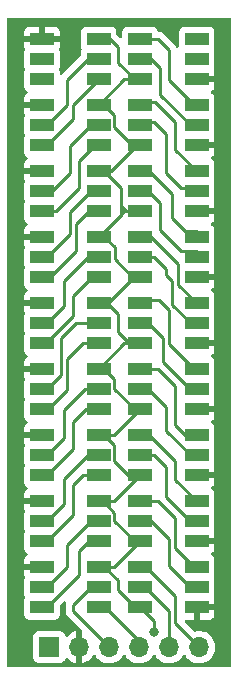
<source format=gbr>
%TF.GenerationSoftware,KiCad,Pcbnew,(6.0.0-0)*%
%TF.CreationDate,2022-02-03T13:53:57-05:00*%
%TF.ProjectId,Data Panel VU,44617461-2050-4616-9e65-6c2056552e6b,rev?*%
%TF.SameCoordinates,Original*%
%TF.FileFunction,Copper,L1,Top*%
%TF.FilePolarity,Positive*%
%FSLAX46Y46*%
G04 Gerber Fmt 4.6, Leading zero omitted, Abs format (unit mm)*
G04 Created by KiCad (PCBNEW (6.0.0-0)) date 2022-02-03 13:53:57*
%MOMM*%
%LPD*%
G01*
G04 APERTURE LIST*
%TA.AperFunction,SMDPad,CuDef*%
%ADD10R,2.000000X1.100000*%
%TD*%
%TA.AperFunction,ComponentPad*%
%ADD11R,1.700000X1.700000*%
%TD*%
%TA.AperFunction,ComponentPad*%
%ADD12O,1.700000X1.700000*%
%TD*%
%TA.AperFunction,ViaPad*%
%ADD13C,0.800000*%
%TD*%
%TA.AperFunction,Conductor*%
%ADD14C,0.250000*%
%TD*%
G04 APERTURE END LIST*
D10*
%TO.P,D18,1,DI*%
%TO.N,Net-(D16-Pad6)*%
X131178000Y-65708000D03*
%TO.P,D18,2,CI*%
%TO.N,Net-(D16-Pad5)*%
X131178000Y-64008000D03*
%TO.P,D18,3,GND*%
%TO.N,GND*%
X131178000Y-62308000D03*
%TO.P,D18,4,VCC*%
%TO.N,+5V*%
X126378000Y-62308000D03*
%TO.P,D18,5,CO*%
%TO.N,unconnected-(D18-Pad5)*%
X126378000Y-64008000D03*
%TO.P,D18,6,DO*%
%TO.N,unconnected-(D18-Pad6)*%
X126378000Y-65708000D03*
%TD*%
%TO.P,D5,1,DI*%
%TO.N,Net-(D3-Pad6)*%
X134678000Y-95836000D03*
%TO.P,D5,2,CI*%
%TO.N,Net-(D3-Pad5)*%
X134678000Y-97536000D03*
%TO.P,D5,3,GND*%
%TO.N,GND*%
X134678000Y-99236000D03*
%TO.P,D5,4,VCC*%
%TO.N,+5V*%
X139478000Y-99236000D03*
%TO.P,D5,5,CO*%
%TO.N,Net-(D7-Pad2)*%
X139478000Y-97536000D03*
%TO.P,D5,6,DO*%
%TO.N,Net-(D7-Pad1)*%
X139478000Y-95836000D03*
%TD*%
%TO.P,D10,1,DI*%
%TO.N,Net-(D8-Pad6)*%
X131178000Y-88060000D03*
%TO.P,D10,2,CI*%
%TO.N,Net-(D8-Pad5)*%
X131178000Y-86360000D03*
%TO.P,D10,3,GND*%
%TO.N,GND*%
X131178000Y-84660000D03*
%TO.P,D10,4,VCC*%
%TO.N,+5V*%
X126378000Y-84660000D03*
%TO.P,D10,5,CO*%
%TO.N,Net-(D10-Pad5)*%
X126378000Y-86360000D03*
%TO.P,D10,6,DO*%
%TO.N,Net-(D10-Pad6)*%
X126378000Y-88060000D03*
%TD*%
%TO.P,D15,1,DI*%
%TO.N,Net-(D13-Pad6)*%
X134678000Y-67896000D03*
%TO.P,D15,2,CI*%
%TO.N,Net-(D13-Pad5)*%
X134678000Y-69596000D03*
%TO.P,D15,3,GND*%
%TO.N,GND*%
X134678000Y-71296000D03*
%TO.P,D15,4,VCC*%
%TO.N,+5V*%
X139478000Y-71296000D03*
%TO.P,D15,5,CO*%
%TO.N,Net-(D15-Pad5)*%
X139478000Y-69596000D03*
%TO.P,D15,6,DO*%
%TO.N,Net-(D15-Pad6)*%
X139478000Y-67896000D03*
%TD*%
%TO.P,D8,1,DI*%
%TO.N,Net-(D6-Pad6)*%
X131178000Y-93648000D03*
%TO.P,D8,2,CI*%
%TO.N,Net-(D6-Pad5)*%
X131178000Y-91948000D03*
%TO.P,D8,3,GND*%
%TO.N,GND*%
X131178000Y-90248000D03*
%TO.P,D8,4,VCC*%
%TO.N,+5V*%
X126378000Y-90248000D03*
%TO.P,D8,5,CO*%
%TO.N,Net-(D8-Pad5)*%
X126378000Y-91948000D03*
%TO.P,D8,6,DO*%
%TO.N,Net-(D8-Pad6)*%
X126378000Y-93648000D03*
%TD*%
%TO.P,D3,1,DI*%
%TO.N,Net-(D1-Pad6)*%
X134678000Y-101424000D03*
%TO.P,D3,2,CI*%
%TO.N,Net-(D1-Pad5)*%
X134678000Y-103124000D03*
%TO.P,D3,3,GND*%
%TO.N,GND*%
X134678000Y-104824000D03*
%TO.P,D3,4,VCC*%
%TO.N,+5V*%
X139478000Y-104824000D03*
%TO.P,D3,5,CO*%
%TO.N,Net-(D3-Pad5)*%
X139478000Y-103124000D03*
%TO.P,D3,6,DO*%
%TO.N,Net-(D3-Pad6)*%
X139478000Y-101424000D03*
%TD*%
%TO.P,D14,1,DI*%
%TO.N,Net-(D12-Pad6)*%
X131178000Y-76884000D03*
%TO.P,D14,2,CI*%
%TO.N,Net-(D12-Pad5)*%
X131178000Y-75184000D03*
%TO.P,D14,3,GND*%
%TO.N,GND*%
X131178000Y-73484000D03*
%TO.P,D14,4,VCC*%
%TO.N,+5V*%
X126378000Y-73484000D03*
%TO.P,D14,5,CO*%
%TO.N,Net-(D14-Pad5)*%
X126378000Y-75184000D03*
%TO.P,D14,6,DO*%
%TO.N,Net-(D14-Pad6)*%
X126378000Y-76884000D03*
%TD*%
%TO.P,D11,1,DI*%
%TO.N,Net-(D9-Pad6)*%
X134678000Y-79072000D03*
%TO.P,D11,2,CI*%
%TO.N,Net-(D9-Pad5)*%
X134678000Y-80772000D03*
%TO.P,D11,3,GND*%
%TO.N,GND*%
X134678000Y-82472000D03*
%TO.P,D11,4,VCC*%
%TO.N,+5V*%
X139478000Y-82472000D03*
%TO.P,D11,5,CO*%
%TO.N,Net-(D11-Pad5)*%
X139478000Y-80772000D03*
%TO.P,D11,6,DO*%
%TO.N,Net-(D11-Pad6)*%
X139478000Y-79072000D03*
%TD*%
%TO.P,D4,1,DI*%
%TO.N,Net-(D2-Pad6)*%
X131178000Y-104824000D03*
%TO.P,D4,2,CI*%
%TO.N,Net-(D2-Pad5)*%
X131178000Y-103124000D03*
%TO.P,D4,3,GND*%
%TO.N,GND*%
X131178000Y-101424000D03*
%TO.P,D4,4,VCC*%
%TO.N,+5V*%
X126378000Y-101424000D03*
%TO.P,D4,5,CO*%
%TO.N,Net-(D4-Pad5)*%
X126378000Y-103124000D03*
%TO.P,D4,6,DO*%
%TO.N,Net-(D4-Pad6)*%
X126378000Y-104824000D03*
%TD*%
%TO.P,D6,1,DI*%
%TO.N,Net-(D4-Pad6)*%
X131178000Y-99236000D03*
%TO.P,D6,2,CI*%
%TO.N,Net-(D4-Pad5)*%
X131178000Y-97536000D03*
%TO.P,D6,3,GND*%
%TO.N,GND*%
X131178000Y-95836000D03*
%TO.P,D6,4,VCC*%
%TO.N,+5V*%
X126378000Y-95836000D03*
%TO.P,D6,5,CO*%
%TO.N,Net-(D6-Pad5)*%
X126378000Y-97536000D03*
%TO.P,D6,6,DO*%
%TO.N,Net-(D6-Pad6)*%
X126378000Y-99236000D03*
%TD*%
%TO.P,D1,1,DI*%
%TO.N,/C2D*%
X134678000Y-107012000D03*
%TO.P,D1,2,CI*%
%TO.N,/C2C*%
X134678000Y-108712000D03*
%TO.P,D1,3,GND*%
%TO.N,GND*%
X134678000Y-110412000D03*
%TO.P,D1,4,VCC*%
%TO.N,+5V*%
X139478000Y-110412000D03*
%TO.P,D1,5,CO*%
%TO.N,Net-(D1-Pad5)*%
X139478000Y-108712000D03*
%TO.P,D1,6,DO*%
%TO.N,Net-(D1-Pad6)*%
X139478000Y-107012000D03*
%TD*%
%TO.P,D13,1,DI*%
%TO.N,Net-(D11-Pad6)*%
X134678000Y-73484000D03*
%TO.P,D13,2,CI*%
%TO.N,Net-(D11-Pad5)*%
X134678000Y-75184000D03*
%TO.P,D13,3,GND*%
%TO.N,GND*%
X134678000Y-76884000D03*
%TO.P,D13,4,VCC*%
%TO.N,+5V*%
X139478000Y-76884000D03*
%TO.P,D13,5,CO*%
%TO.N,Net-(D13-Pad5)*%
X139478000Y-75184000D03*
%TO.P,D13,6,DO*%
%TO.N,Net-(D13-Pad6)*%
X139478000Y-73484000D03*
%TD*%
%TO.P,D17,1,DI*%
%TO.N,Net-(D15-Pad6)*%
X134678000Y-62308000D03*
%TO.P,D17,2,CI*%
%TO.N,Net-(D15-Pad5)*%
X134678000Y-64008000D03*
%TO.P,D17,3,GND*%
%TO.N,GND*%
X134678000Y-65708000D03*
%TO.P,D17,4,VCC*%
%TO.N,+5V*%
X139478000Y-65708000D03*
%TO.P,D17,5,CO*%
%TO.N,unconnected-(D17-Pad5)*%
X139478000Y-64008000D03*
%TO.P,D17,6,DO*%
%TO.N,unconnected-(D17-Pad6)*%
X139478000Y-62308000D03*
%TD*%
%TO.P,D7,1,DI*%
%TO.N,Net-(D7-Pad1)*%
X134678000Y-90248000D03*
%TO.P,D7,2,CI*%
%TO.N,Net-(D7-Pad2)*%
X134678000Y-91948000D03*
%TO.P,D7,3,GND*%
%TO.N,GND*%
X134678000Y-93648000D03*
%TO.P,D7,4,VCC*%
%TO.N,+5V*%
X139478000Y-93648000D03*
%TO.P,D7,5,CO*%
%TO.N,Net-(D7-Pad5)*%
X139478000Y-91948000D03*
%TO.P,D7,6,DO*%
%TO.N,Net-(D7-Pad6)*%
X139478000Y-90248000D03*
%TD*%
%TO.P,D16,1,DI*%
%TO.N,Net-(D14-Pad6)*%
X131178000Y-71296000D03*
%TO.P,D16,2,CI*%
%TO.N,Net-(D14-Pad5)*%
X131178000Y-69596000D03*
%TO.P,D16,3,GND*%
%TO.N,GND*%
X131178000Y-67896000D03*
%TO.P,D16,4,VCC*%
%TO.N,+5V*%
X126378000Y-67896000D03*
%TO.P,D16,5,CO*%
%TO.N,Net-(D16-Pad5)*%
X126378000Y-69596000D03*
%TO.P,D16,6,DO*%
%TO.N,Net-(D16-Pad6)*%
X126378000Y-71296000D03*
%TD*%
%TO.P,D12,1,DI*%
%TO.N,Net-(D10-Pad6)*%
X131178000Y-82472000D03*
%TO.P,D12,2,CI*%
%TO.N,Net-(D10-Pad5)*%
X131178000Y-80772000D03*
%TO.P,D12,3,GND*%
%TO.N,GND*%
X131178000Y-79072000D03*
%TO.P,D12,4,VCC*%
%TO.N,+5V*%
X126378000Y-79072000D03*
%TO.P,D12,5,CO*%
%TO.N,Net-(D12-Pad5)*%
X126378000Y-80772000D03*
%TO.P,D12,6,DO*%
%TO.N,Net-(D12-Pad6)*%
X126378000Y-82472000D03*
%TD*%
%TO.P,D9,1,DI*%
%TO.N,Net-(D7-Pad6)*%
X134678000Y-84660000D03*
%TO.P,D9,2,CI*%
%TO.N,Net-(D7-Pad5)*%
X134678000Y-86360000D03*
%TO.P,D9,3,GND*%
%TO.N,GND*%
X134678000Y-88060000D03*
%TO.P,D9,4,VCC*%
%TO.N,+5V*%
X139478000Y-88060000D03*
%TO.P,D9,5,CO*%
%TO.N,Net-(D9-Pad5)*%
X139478000Y-86360000D03*
%TO.P,D9,6,DO*%
%TO.N,Net-(D9-Pad6)*%
X139478000Y-84660000D03*
%TD*%
%TO.P,D2,1,DI*%
%TO.N,/C1D*%
X131178000Y-110412000D03*
%TO.P,D2,2,CI*%
%TO.N,/C1C*%
X131178000Y-108712000D03*
%TO.P,D2,3,GND*%
%TO.N,GND*%
X131178000Y-107012000D03*
%TO.P,D2,4,VCC*%
%TO.N,+5V*%
X126378000Y-107012000D03*
%TO.P,D2,5,CO*%
%TO.N,Net-(D2-Pad5)*%
X126378000Y-108712000D03*
%TO.P,D2,6,DO*%
%TO.N,Net-(D2-Pad6)*%
X126378000Y-110412000D03*
%TD*%
D11*
%TO.P,J1,1,Pin_1*%
%TO.N,GND*%
X127000000Y-113792000D03*
D12*
%TO.P,J1,2,Pin_2*%
%TO.N,+5V*%
X129540000Y-113792000D03*
%TO.P,J1,3,Pin_3*%
%TO.N,/C1C*%
X132080000Y-113792000D03*
%TO.P,J1,4,Pin_4*%
%TO.N,/C1D*%
X134620000Y-113792000D03*
%TO.P,J1,5,Pin_5*%
%TO.N,/C2C*%
X137160000Y-113792000D03*
%TO.P,J1,6,Pin_6*%
%TO.N,/C2D*%
X139700000Y-113792000D03*
%TD*%
D13*
%TO.N,GND*%
X135831000Y-112522000D03*
%TD*%
D14*
%TO.N,Net-(D11-Pad6)*%
X134678000Y-73230000D02*
X135206000Y-73230000D01*
X135206000Y-73230000D02*
X137414000Y-75438000D01*
X137414000Y-75438000D02*
X137414000Y-77470000D01*
X137414000Y-77470000D02*
X138508000Y-78564000D01*
X138508000Y-78564000D02*
X139478000Y-78564000D01*
%TO.N,Net-(D14-Pad6)*%
X126378000Y-76884000D02*
X127586000Y-76884000D01*
X130888000Y-71296000D02*
X131178000Y-71296000D01*
X127586000Y-76884000D02*
X129540000Y-74930000D01*
X129540000Y-74930000D02*
X129540000Y-72644000D01*
X129540000Y-72644000D02*
X130888000Y-71296000D01*
%TO.N,Net-(D10-Pad5)*%
X126378000Y-86360000D02*
X126828000Y-86360000D01*
X130302000Y-80772000D02*
X131178000Y-80772000D01*
X126828000Y-86360000D02*
X128270000Y-84918000D01*
X128270000Y-82804000D02*
X130302000Y-80772000D01*
X128270000Y-84918000D02*
X128270000Y-82804000D01*
%TO.N,Net-(D6-Pad5)*%
X126378000Y-97536000D02*
X126828000Y-97536000D01*
X126828000Y-97536000D02*
X128270000Y-96094000D01*
X128270000Y-96094000D02*
X128270000Y-93726000D01*
X128270000Y-93726000D02*
X130048000Y-91948000D01*
X130048000Y-91948000D02*
X131178000Y-91948000D01*
%TO.N,Net-(D4-Pad5)*%
X126378000Y-103124000D02*
X126828000Y-103124000D01*
X128270000Y-101682000D02*
X128270000Y-99568000D01*
X126828000Y-103124000D02*
X128270000Y-101682000D01*
X128270000Y-99568000D02*
X130302000Y-97536000D01*
X130302000Y-97536000D02*
X131178000Y-97536000D01*
%TO.N,Net-(D2-Pad6)*%
X131178000Y-104824000D02*
X130380000Y-104824000D01*
X129540000Y-105664000D02*
X129540000Y-107700000D01*
X130380000Y-104824000D02*
X129540000Y-105664000D01*
X129540000Y-107700000D02*
X126828000Y-110412000D01*
X126828000Y-110412000D02*
X126378000Y-110412000D01*
%TO.N,Net-(D7-Pad2)*%
X134678000Y-91948000D02*
X135382000Y-91948000D01*
X135382000Y-91948000D02*
X136906000Y-93472000D01*
X138978978Y-97536000D02*
X139478000Y-97536000D01*
X136906000Y-93472000D02*
X136906000Y-95463022D01*
X136906000Y-95463022D02*
X138978978Y-97536000D01*
%TO.N,GND*%
X134678000Y-65708000D02*
X134228000Y-65708000D01*
X134228000Y-65708000D02*
X132842000Y-64322000D01*
X132842000Y-64322000D02*
X132842000Y-62992000D01*
X132158000Y-62308000D02*
X131178000Y-62308000D01*
X132842000Y-62992000D02*
X132158000Y-62308000D01*
%TO.N,Net-(D13-Pad6)*%
X134678000Y-67642000D02*
X135968000Y-67642000D01*
X135968000Y-67642000D02*
X137668000Y-69342000D01*
X137668000Y-69342000D02*
X137668000Y-71674000D01*
X137668000Y-71674000D02*
X139478000Y-73484000D01*
%TO.N,Net-(D15-Pad5)*%
X136398000Y-64770000D02*
X136398000Y-67015022D01*
X135636000Y-64008000D02*
X136398000Y-64770000D01*
X134678000Y-64008000D02*
X135636000Y-64008000D01*
X136398000Y-67015022D02*
X138978978Y-69596000D01*
X138978978Y-69596000D02*
X139478000Y-69596000D01*
%TO.N,GND*%
X131178000Y-79072000D02*
X133065000Y-77185000D01*
X134678000Y-76884000D02*
X133366000Y-76884000D01*
X133065000Y-77185000D02*
X133096000Y-77154000D01*
X133366000Y-76884000D02*
X133065000Y-77185000D01*
X133096000Y-77154000D02*
X133096000Y-76454000D01*
X134678000Y-76884000D02*
X133526000Y-76884000D01*
X133096000Y-76454000D02*
X133096000Y-74952000D01*
X133526000Y-76884000D02*
X133096000Y-76454000D01*
X133096000Y-74952000D02*
X131628000Y-73484000D01*
X131628000Y-73484000D02*
X131178000Y-73484000D01*
X131178000Y-84660000D02*
X131982000Y-84660000D01*
X131982000Y-84660000D02*
X134170000Y-82472000D01*
X134170000Y-82472000D02*
X134034000Y-82472000D01*
X134034000Y-82472000D02*
X132528000Y-80966000D01*
X132528000Y-80966000D02*
X132528000Y-79922978D01*
X132528000Y-79922978D02*
X131677022Y-79072000D01*
X131677022Y-79072000D02*
X131178000Y-79072000D01*
%TO.N,Net-(D9-Pad6)*%
X134678000Y-79072000D02*
X135636000Y-79072000D01*
X137922000Y-83115022D02*
X139212978Y-84406000D01*
X135636000Y-79072000D02*
X137922000Y-81358000D01*
X137922000Y-81358000D02*
X137922000Y-83115022D01*
X139212978Y-84406000D02*
X139478000Y-84406000D01*
%TO.N,Net-(D9-Pad5)*%
X135890000Y-80772000D02*
X136906000Y-81788000D01*
X137414000Y-82804000D02*
X137414000Y-84795022D01*
X136906000Y-81788000D02*
X136906000Y-82296000D01*
X135186000Y-80772000D02*
X135890000Y-80772000D01*
X136906000Y-82296000D02*
X137414000Y-82804000D01*
X137414000Y-84795022D02*
X138724978Y-86106000D01*
X138724978Y-86106000D02*
X139478000Y-86106000D01*
%TO.N,Net-(D7-Pad5)*%
X134678000Y-86106000D02*
X135128000Y-86106000D01*
X135128000Y-86106000D02*
X136652000Y-87630000D01*
X136652000Y-87630000D02*
X136652000Y-89662000D01*
X136652000Y-89662000D02*
X138938000Y-91948000D01*
X138938000Y-91948000D02*
X139478000Y-91948000D01*
%TO.N,Net-(D7-Pad6)*%
X134678000Y-84406000D02*
X136280480Y-84406000D01*
X137160000Y-85285520D02*
X137160000Y-88138000D01*
X136280480Y-84406000D02*
X137160000Y-85285520D01*
X137160000Y-88138000D02*
X139270000Y-90248000D01*
X139270000Y-90248000D02*
X139478000Y-90248000D01*
%TO.N,Net-(D7-Pad1)*%
X134678000Y-90248000D02*
X136222000Y-90248000D01*
X136222000Y-90248000D02*
X137668000Y-91694000D01*
X137668000Y-91694000D02*
X137668000Y-94996000D01*
X137668000Y-94996000D02*
X138508000Y-95836000D01*
X138508000Y-95836000D02*
X139478000Y-95836000D01*
%TO.N,Net-(D3-Pad5)*%
X134678000Y-97536000D02*
X135890000Y-97536000D01*
X136906000Y-98552000D02*
X136906000Y-101092000D01*
X138938000Y-103124000D02*
X139478000Y-103124000D01*
X135890000Y-97536000D02*
X136906000Y-98552000D01*
X136906000Y-101092000D02*
X138938000Y-103124000D01*
%TO.N,Net-(D6-Pad6)*%
X126378000Y-99236000D02*
X126828000Y-99236000D01*
X126828000Y-99236000D02*
X129032000Y-97032000D01*
X129032000Y-97032000D02*
X129032000Y-94742000D01*
X129032000Y-94742000D02*
X130126000Y-93648000D01*
X130126000Y-93648000D02*
X131178000Y-93648000D01*
%TO.N,Net-(D8-Pad5)*%
X126378000Y-91948000D02*
X126828000Y-91948000D01*
X126828000Y-91948000D02*
X128016000Y-90760000D01*
X128016000Y-90760000D02*
X128016000Y-87630000D01*
X128016000Y-87630000D02*
X129286000Y-86360000D01*
X129286000Y-86360000D02*
X131178000Y-86360000D01*
%TO.N,GND*%
X131178000Y-84660000D02*
X131904000Y-84660000D01*
X132842000Y-85598000D02*
X132842000Y-87122000D01*
X131904000Y-84660000D02*
X132842000Y-85598000D01*
X132842000Y-87122000D02*
X133780000Y-88060000D01*
X133780000Y-88060000D02*
X134678000Y-88060000D01*
X134678000Y-88060000D02*
X133366000Y-88060000D01*
X133366000Y-88060000D02*
X131178000Y-90248000D01*
X132236000Y-73484000D02*
X134678000Y-71042000D01*
X134228000Y-104824000D02*
X132502511Y-103098511D01*
X131178000Y-67896000D02*
X133366000Y-65708000D01*
X131178000Y-95836000D02*
X132490000Y-95836000D01*
X132490000Y-101424000D02*
X134678000Y-99236000D01*
X131677022Y-90248000D02*
X131178000Y-90248000D01*
X134228000Y-110412000D02*
X132782000Y-108966000D01*
X134678000Y-93648000D02*
X134228000Y-93648000D01*
X132502511Y-69764511D02*
X132502511Y-68748511D01*
X134228000Y-93648000D02*
X132502511Y-91922511D01*
X131650000Y-67896000D02*
X131178000Y-67896000D01*
X133780000Y-71042000D02*
X132502511Y-69764511D01*
X132502511Y-102418000D02*
X131508511Y-101424000D01*
X131677022Y-95836000D02*
X131178000Y-95836000D01*
X133366000Y-65708000D02*
X134678000Y-65708000D01*
X132490000Y-107012000D02*
X134678000Y-104824000D01*
X132490000Y-95836000D02*
X134678000Y-93648000D01*
X132782000Y-108116978D02*
X131677022Y-107012000D01*
X134678000Y-71042000D02*
X133780000Y-71042000D01*
X131178000Y-107012000D02*
X132490000Y-107012000D01*
X131178000Y-101424000D02*
X132490000Y-101424000D01*
X132502511Y-96661489D02*
X131677022Y-95836000D01*
X131508511Y-101424000D02*
X131178000Y-101424000D01*
X132782000Y-108966000D02*
X132782000Y-108116978D01*
X132502511Y-91073489D02*
X131677022Y-90248000D01*
X131677022Y-107012000D02*
X131178000Y-107012000D01*
X134678000Y-99236000D02*
X133694511Y-99236000D01*
X135831000Y-111565000D02*
X135831000Y-112522000D01*
X131178000Y-73484000D02*
X132236000Y-73484000D01*
X132502511Y-91922511D02*
X132502511Y-91073489D01*
X132502511Y-68748511D02*
X131650000Y-67896000D01*
X133694511Y-99236000D02*
X132502511Y-98044000D01*
X134678000Y-110412000D02*
X135831000Y-111565000D01*
X132502511Y-103098511D02*
X132502511Y-102418000D01*
X132502511Y-98044000D02*
X132502511Y-96661489D01*
X134678000Y-104824000D02*
X134228000Y-104824000D01*
X134678000Y-110412000D02*
X134228000Y-110412000D01*
%TO.N,Net-(D1-Pad5)*%
X134678000Y-103124000D02*
X135636000Y-103124000D01*
X137160000Y-106934000D02*
X138938000Y-108712000D01*
X135636000Y-103124000D02*
X137160000Y-104648000D01*
X137160000Y-104648000D02*
X137160000Y-106934000D01*
X138938000Y-108712000D02*
X139478000Y-108712000D01*
%TO.N,Net-(D1-Pad6)*%
X136222000Y-101424000D02*
X137668000Y-102870000D01*
X137668000Y-105410000D02*
X139270000Y-107012000D01*
X134678000Y-101424000D02*
X136222000Y-101424000D01*
X139270000Y-107012000D02*
X139478000Y-107012000D01*
X137668000Y-102870000D02*
X137668000Y-105410000D01*
%TO.N,Net-(D2-Pad5)*%
X128524000Y-105156000D02*
X130556000Y-103124000D01*
X126378000Y-108712000D02*
X126828000Y-108712000D01*
X128524000Y-107016000D02*
X128524000Y-105156000D01*
X130556000Y-103124000D02*
X131178000Y-103124000D01*
X126828000Y-108712000D02*
X128524000Y-107016000D01*
%TO.N,Net-(D3-Pad6)*%
X134678000Y-95836000D02*
X135460000Y-95836000D01*
X137668000Y-98044000D02*
X137668000Y-99614000D01*
X137668000Y-99614000D02*
X139478000Y-101424000D01*
X135460000Y-95836000D02*
X137668000Y-98044000D01*
%TO.N,Net-(D4-Pad6)*%
X126378000Y-104824000D02*
X126824000Y-104824000D01*
X129032000Y-102616000D02*
X129032000Y-100076000D01*
X126824000Y-104824000D02*
X129032000Y-102616000D01*
X129872000Y-99236000D02*
X131178000Y-99236000D01*
X129032000Y-100076000D02*
X129872000Y-99236000D01*
%TO.N,Net-(D8-Pad6)*%
X128524000Y-92001022D02*
X128524000Y-89408000D01*
X129872000Y-88060000D02*
X131178000Y-88060000D01*
X128524000Y-89408000D02*
X129872000Y-88060000D01*
X126877022Y-93648000D02*
X128524000Y-92001022D01*
X126378000Y-93648000D02*
X126877022Y-93648000D01*
%TO.N,Net-(D10-Pad6)*%
X129032000Y-85724282D02*
X129032000Y-84074000D01*
X126378000Y-88060000D02*
X126696282Y-88060000D01*
X129032000Y-84074000D02*
X130634000Y-82472000D01*
X126696282Y-88060000D02*
X129032000Y-85724282D01*
X130634000Y-82472000D02*
X131178000Y-82472000D01*
%TO.N,Net-(D11-Pad5)*%
X134678000Y-74930000D02*
X135128000Y-74930000D01*
X138176000Y-80264000D02*
X139478000Y-80264000D01*
X136398000Y-76200000D02*
X136398000Y-78486000D01*
X135128000Y-74930000D02*
X136398000Y-76200000D01*
X136398000Y-78486000D02*
X138176000Y-80264000D01*
%TO.N,Net-(D12-Pad5)*%
X126378000Y-80772000D02*
X126828000Y-80772000D01*
X128778000Y-78822000D02*
X128778000Y-76962000D01*
X128778000Y-76962000D02*
X130556000Y-75184000D01*
X126828000Y-80772000D02*
X128778000Y-78822000D01*
X130556000Y-75184000D02*
X131178000Y-75184000D01*
%TO.N,Net-(D12-Pad6)*%
X126378000Y-82472000D02*
X127078000Y-82472000D01*
X127078000Y-82472000D02*
X129286000Y-80264000D01*
X130380000Y-76884000D02*
X131178000Y-76884000D01*
X129286000Y-77978000D02*
X130380000Y-76884000D01*
X129286000Y-80264000D02*
X129286000Y-77978000D01*
%TO.N,/C2D*%
X134678000Y-107012000D02*
X135177022Y-107012000D01*
X135177022Y-107012000D02*
X137668000Y-109502978D01*
X137668000Y-111760000D02*
X139700000Y-113792000D01*
X137668000Y-109502978D02*
X137668000Y-111760000D01*
%TO.N,/C2C*%
X134678000Y-108712000D02*
X135128000Y-108712000D01*
X137160000Y-110744000D02*
X137160000Y-113792000D01*
X135128000Y-108712000D02*
X137160000Y-110744000D01*
%TO.N,/C1C*%
X129032000Y-110744000D02*
X129032000Y-110236000D01*
X130556000Y-108712000D02*
X131178000Y-108712000D01*
X132080000Y-113792000D02*
X129032000Y-110744000D01*
X129032000Y-110236000D02*
X130556000Y-108712000D01*
%TO.N,/C1D*%
X131748000Y-110412000D02*
X134620000Y-113284000D01*
X134620000Y-113284000D02*
X134620000Y-113792000D01*
X131178000Y-110412000D02*
X131748000Y-110412000D01*
%TO.N,Net-(D13-Pad5)*%
X136906000Y-70358000D02*
X136906000Y-73660000D01*
X138176000Y-74930000D02*
X139478000Y-74930000D01*
X135890000Y-69342000D02*
X136906000Y-70358000D01*
X134678000Y-69342000D02*
X135890000Y-69342000D01*
X136906000Y-73660000D02*
X138176000Y-74930000D01*
%TO.N,Net-(D15-Pad6)*%
X139028000Y-67642000D02*
X139478000Y-67642000D01*
X134678000Y-62308000D02*
X136222000Y-62308000D01*
X137160000Y-63246000D02*
X137160000Y-65774000D01*
X137160000Y-65774000D02*
X139028000Y-67642000D01*
X136222000Y-62308000D02*
X137160000Y-63246000D01*
%TO.N,Net-(D16-Pad5)*%
X126828000Y-69596000D02*
X128524000Y-67900000D01*
X130302000Y-64008000D02*
X131178000Y-64008000D01*
X128524000Y-67900000D02*
X128524000Y-65786000D01*
X126378000Y-69596000D02*
X126828000Y-69596000D01*
X128524000Y-65786000D02*
X130302000Y-64008000D01*
%TO.N,Net-(D16-Pad6)*%
X129032000Y-67854000D02*
X131178000Y-65708000D01*
X126378000Y-71296000D02*
X126828000Y-71296000D01*
X126828000Y-71296000D02*
X129032000Y-69092000D01*
X129032000Y-69092000D02*
X129032000Y-67854000D01*
%TO.N,Net-(D14-Pad5)*%
X128778000Y-73660000D02*
X128778000Y-71374000D01*
X127254000Y-75184000D02*
X128778000Y-73660000D01*
X130556000Y-69596000D02*
X131178000Y-69596000D01*
X126378000Y-75184000D02*
X127254000Y-75184000D01*
X128778000Y-71374000D02*
X130556000Y-69596000D01*
%TD*%
%TA.AperFunction,Conductor*%
%TO.N,+5V*%
G36*
X142362121Y-60528002D02*
G01*
X142408614Y-60581658D01*
X142420000Y-60634000D01*
X142420000Y-115366000D01*
X142399998Y-115434121D01*
X142346342Y-115480614D01*
X142294000Y-115492000D01*
X123562000Y-115492000D01*
X123493879Y-115471998D01*
X123447386Y-115418342D01*
X123436000Y-115366000D01*
X123436000Y-114690134D01*
X125641500Y-114690134D01*
X125648255Y-114752316D01*
X125699385Y-114888705D01*
X125786739Y-115005261D01*
X125903295Y-115092615D01*
X126039684Y-115143745D01*
X126101866Y-115150500D01*
X127898134Y-115150500D01*
X127960316Y-115143745D01*
X128096705Y-115092615D01*
X128213261Y-115005261D01*
X128300615Y-114888705D01*
X128344798Y-114770848D01*
X128387440Y-114714084D01*
X128454001Y-114689384D01*
X128523350Y-114704592D01*
X128558017Y-114732580D01*
X128583218Y-114761673D01*
X128590580Y-114768883D01*
X128754434Y-114904916D01*
X128762881Y-114910831D01*
X128946756Y-115018279D01*
X128956042Y-115022729D01*
X129155001Y-115098703D01*
X129164899Y-115101579D01*
X129268250Y-115122606D01*
X129282299Y-115121410D01*
X129286000Y-115111065D01*
X129286000Y-112475102D01*
X129282082Y-112461758D01*
X129267806Y-112459771D01*
X129229324Y-112465660D01*
X129219288Y-112468051D01*
X129016868Y-112534212D01*
X129007359Y-112538209D01*
X128818463Y-112636542D01*
X128809738Y-112642036D01*
X128639433Y-112769905D01*
X128631726Y-112776748D01*
X128554478Y-112857584D01*
X128492954Y-112893014D01*
X128422042Y-112889557D01*
X128364255Y-112848311D01*
X128345402Y-112814763D01*
X128303767Y-112703703D01*
X128300615Y-112695295D01*
X128213261Y-112578739D01*
X128096705Y-112491385D01*
X127960316Y-112440255D01*
X127898134Y-112433500D01*
X126101866Y-112433500D01*
X126039684Y-112440255D01*
X125903295Y-112491385D01*
X125786739Y-112578739D01*
X125699385Y-112695295D01*
X125648255Y-112831684D01*
X125641500Y-112893866D01*
X125641500Y-114690134D01*
X123436000Y-114690134D01*
X123436000Y-111010134D01*
X124869500Y-111010134D01*
X124876255Y-111072316D01*
X124927385Y-111208705D01*
X125014739Y-111325261D01*
X125131295Y-111412615D01*
X125267684Y-111463745D01*
X125329866Y-111470500D01*
X127426134Y-111470500D01*
X127488316Y-111463745D01*
X127624705Y-111412615D01*
X127741261Y-111325261D01*
X127828615Y-111208705D01*
X127879745Y-111072316D01*
X127886500Y-111010134D01*
X127886500Y-110301594D01*
X127906502Y-110233473D01*
X127923405Y-110212499D01*
X128212819Y-109923085D01*
X128275131Y-109889059D01*
X128345946Y-109894124D01*
X128402782Y-109936671D01*
X128427593Y-110003191D01*
X128422910Y-110047337D01*
X128421969Y-110050576D01*
X128418819Y-110057855D01*
X128417579Y-110065685D01*
X128417577Y-110065691D01*
X128411901Y-110101524D01*
X128409495Y-110113144D01*
X128398500Y-110155970D01*
X128398500Y-110176224D01*
X128396949Y-110195934D01*
X128393780Y-110215943D01*
X128394526Y-110223835D01*
X128397941Y-110259961D01*
X128398500Y-110271819D01*
X128398500Y-110665233D01*
X128397973Y-110676416D01*
X128396298Y-110683909D01*
X128396547Y-110691835D01*
X128396547Y-110691836D01*
X128398438Y-110751986D01*
X128398500Y-110755945D01*
X128398500Y-110783856D01*
X128398997Y-110787790D01*
X128398997Y-110787791D01*
X128399005Y-110787856D01*
X128399938Y-110799693D01*
X128401327Y-110843889D01*
X128406978Y-110863339D01*
X128410987Y-110882700D01*
X128413526Y-110902797D01*
X128416445Y-110910168D01*
X128416445Y-110910170D01*
X128429804Y-110943912D01*
X128433649Y-110955142D01*
X128438664Y-110972405D01*
X128445982Y-110997593D01*
X128450015Y-111004412D01*
X128450017Y-111004417D01*
X128456293Y-111015028D01*
X128464988Y-111032776D01*
X128472448Y-111051617D01*
X128477110Y-111058033D01*
X128477110Y-111058034D01*
X128498436Y-111087387D01*
X128504952Y-111097307D01*
X128523041Y-111127893D01*
X128527458Y-111135362D01*
X128541779Y-111149683D01*
X128554619Y-111164716D01*
X128566528Y-111181107D01*
X128572634Y-111186158D01*
X128600605Y-111209298D01*
X128609384Y-111217288D01*
X129757975Y-112365880D01*
X129792001Y-112428192D01*
X129790693Y-112457795D01*
X129794000Y-112457795D01*
X129794000Y-115110517D01*
X129798064Y-115124359D01*
X129811478Y-115126393D01*
X129818184Y-115125534D01*
X129828262Y-115123392D01*
X130032255Y-115062191D01*
X130041842Y-115058433D01*
X130233095Y-114964739D01*
X130241945Y-114959464D01*
X130415328Y-114835792D01*
X130423200Y-114829139D01*
X130574052Y-114678812D01*
X130580730Y-114670965D01*
X130708022Y-114493819D01*
X130709279Y-114494722D01*
X130756373Y-114451362D01*
X130826311Y-114439145D01*
X130891751Y-114466678D01*
X130919579Y-114498511D01*
X130979987Y-114597088D01*
X131126250Y-114765938D01*
X131298126Y-114908632D01*
X131491000Y-115021338D01*
X131699692Y-115101030D01*
X131704760Y-115102061D01*
X131704763Y-115102062D01*
X131799862Y-115121410D01*
X131918597Y-115145567D01*
X131923772Y-115145757D01*
X131923774Y-115145757D01*
X132136673Y-115153564D01*
X132136677Y-115153564D01*
X132141837Y-115153753D01*
X132146957Y-115153097D01*
X132146959Y-115153097D01*
X132358288Y-115126025D01*
X132358289Y-115126025D01*
X132363416Y-115125368D01*
X132368366Y-115123883D01*
X132572429Y-115062661D01*
X132572434Y-115062659D01*
X132577384Y-115061174D01*
X132777994Y-114962896D01*
X132959860Y-114833173D01*
X133118096Y-114675489D01*
X133248453Y-114494077D01*
X133249776Y-114495028D01*
X133296645Y-114451857D01*
X133366580Y-114439625D01*
X133432026Y-114467144D01*
X133459875Y-114498994D01*
X133519987Y-114597088D01*
X133666250Y-114765938D01*
X133838126Y-114908632D01*
X134031000Y-115021338D01*
X134239692Y-115101030D01*
X134244760Y-115102061D01*
X134244763Y-115102062D01*
X134339862Y-115121410D01*
X134458597Y-115145567D01*
X134463772Y-115145757D01*
X134463774Y-115145757D01*
X134676673Y-115153564D01*
X134676677Y-115153564D01*
X134681837Y-115153753D01*
X134686957Y-115153097D01*
X134686959Y-115153097D01*
X134898288Y-115126025D01*
X134898289Y-115126025D01*
X134903416Y-115125368D01*
X134908366Y-115123883D01*
X135112429Y-115062661D01*
X135112434Y-115062659D01*
X135117384Y-115061174D01*
X135317994Y-114962896D01*
X135499860Y-114833173D01*
X135658096Y-114675489D01*
X135788453Y-114494077D01*
X135789776Y-114495028D01*
X135836645Y-114451857D01*
X135906580Y-114439625D01*
X135972026Y-114467144D01*
X135999875Y-114498994D01*
X136059987Y-114597088D01*
X136206250Y-114765938D01*
X136378126Y-114908632D01*
X136571000Y-115021338D01*
X136779692Y-115101030D01*
X136784760Y-115102061D01*
X136784763Y-115102062D01*
X136879862Y-115121410D01*
X136998597Y-115145567D01*
X137003772Y-115145757D01*
X137003774Y-115145757D01*
X137216673Y-115153564D01*
X137216677Y-115153564D01*
X137221837Y-115153753D01*
X137226957Y-115153097D01*
X137226959Y-115153097D01*
X137438288Y-115126025D01*
X137438289Y-115126025D01*
X137443416Y-115125368D01*
X137448366Y-115123883D01*
X137652429Y-115062661D01*
X137652434Y-115062659D01*
X137657384Y-115061174D01*
X137857994Y-114962896D01*
X138039860Y-114833173D01*
X138198096Y-114675489D01*
X138328453Y-114494077D01*
X138329776Y-114495028D01*
X138376645Y-114451857D01*
X138446580Y-114439625D01*
X138512026Y-114467144D01*
X138539875Y-114498994D01*
X138599987Y-114597088D01*
X138746250Y-114765938D01*
X138918126Y-114908632D01*
X139111000Y-115021338D01*
X139319692Y-115101030D01*
X139324760Y-115102061D01*
X139324763Y-115102062D01*
X139419862Y-115121410D01*
X139538597Y-115145567D01*
X139543772Y-115145757D01*
X139543774Y-115145757D01*
X139756673Y-115153564D01*
X139756677Y-115153564D01*
X139761837Y-115153753D01*
X139766957Y-115153097D01*
X139766959Y-115153097D01*
X139978288Y-115126025D01*
X139978289Y-115126025D01*
X139983416Y-115125368D01*
X139988366Y-115123883D01*
X140192429Y-115062661D01*
X140192434Y-115062659D01*
X140197384Y-115061174D01*
X140397994Y-114962896D01*
X140579860Y-114833173D01*
X140738096Y-114675489D01*
X140868453Y-114494077D01*
X140881995Y-114466678D01*
X140965136Y-114298453D01*
X140965137Y-114298451D01*
X140967430Y-114293811D01*
X141032370Y-114080069D01*
X141061529Y-113858590D01*
X141063156Y-113792000D01*
X141044852Y-113569361D01*
X140990431Y-113352702D01*
X140901354Y-113147840D01*
X140780014Y-112960277D01*
X140629670Y-112795051D01*
X140625619Y-112791852D01*
X140625615Y-112791848D01*
X140458414Y-112659800D01*
X140458410Y-112659798D01*
X140454359Y-112656598D01*
X140418028Y-112636542D01*
X140402136Y-112627769D01*
X140258789Y-112548638D01*
X140253920Y-112546914D01*
X140253916Y-112546912D01*
X140053087Y-112475795D01*
X140053083Y-112475794D01*
X140048212Y-112474069D01*
X140043119Y-112473162D01*
X140043116Y-112473161D01*
X139833373Y-112435800D01*
X139833367Y-112435799D01*
X139828284Y-112434894D01*
X139745778Y-112433886D01*
X139610081Y-112432228D01*
X139610079Y-112432228D01*
X139604911Y-112432165D01*
X139384091Y-112465955D01*
X139371532Y-112470060D01*
X139300568Y-112472210D01*
X139243294Y-112439389D01*
X138489000Y-111685095D01*
X138454974Y-111622783D01*
X138460039Y-111551968D01*
X138502586Y-111495132D01*
X138569106Y-111470321D01*
X138578095Y-111470000D01*
X139205885Y-111470000D01*
X139221124Y-111465525D01*
X139222329Y-111464135D01*
X139224000Y-111456452D01*
X139224000Y-111451884D01*
X139732000Y-111451884D01*
X139736475Y-111467123D01*
X139737865Y-111468328D01*
X139745548Y-111469999D01*
X140522669Y-111469999D01*
X140529490Y-111469629D01*
X140580352Y-111464105D01*
X140595604Y-111460479D01*
X140716054Y-111415324D01*
X140731649Y-111406786D01*
X140833724Y-111330285D01*
X140846285Y-111317724D01*
X140922786Y-111215649D01*
X140931324Y-111200054D01*
X140976478Y-111079606D01*
X140980105Y-111064351D01*
X140985631Y-111013486D01*
X140986000Y-111006672D01*
X140986000Y-110684115D01*
X140981525Y-110668876D01*
X140980135Y-110667671D01*
X140972452Y-110666000D01*
X139750115Y-110666000D01*
X139734876Y-110670475D01*
X139733671Y-110671865D01*
X139732000Y-110679548D01*
X139732000Y-111451884D01*
X139224000Y-111451884D01*
X139224000Y-110284000D01*
X139244002Y-110215879D01*
X139297658Y-110169386D01*
X139350000Y-110158000D01*
X140967884Y-110158000D01*
X140983123Y-110153525D01*
X140984328Y-110152135D01*
X140985999Y-110144452D01*
X140985999Y-109817331D01*
X140985629Y-109810510D01*
X140980105Y-109759648D01*
X140976479Y-109744396D01*
X140931321Y-109623939D01*
X140930826Y-109623034D01*
X140930607Y-109622034D01*
X140928172Y-109615538D01*
X140929110Y-109615186D01*
X140915657Y-109553677D01*
X140928838Y-109508788D01*
X140928615Y-109508705D01*
X140929756Y-109505663D01*
X140929758Y-109505656D01*
X140979745Y-109372316D01*
X140986500Y-109310134D01*
X140986500Y-108113866D01*
X140979745Y-108051684D01*
X140928615Y-107915295D01*
X140929466Y-107914976D01*
X140915945Y-107853151D01*
X140928958Y-107808834D01*
X140928615Y-107808705D01*
X140930372Y-107804019D01*
X140930373Y-107804015D01*
X140931856Y-107800061D01*
X140976971Y-107679715D01*
X140979745Y-107672316D01*
X140986500Y-107610134D01*
X140986500Y-106413866D01*
X140979745Y-106351684D01*
X140928615Y-106215295D01*
X140841261Y-106098739D01*
X140821881Y-106084214D01*
X140734216Y-106018513D01*
X140691701Y-105961654D01*
X140686675Y-105890835D01*
X140720735Y-105828542D01*
X140734217Y-105816860D01*
X140833725Y-105742284D01*
X140846285Y-105729724D01*
X140922786Y-105627649D01*
X140931324Y-105612054D01*
X140976478Y-105491606D01*
X140980105Y-105476351D01*
X140985631Y-105425486D01*
X140986000Y-105418672D01*
X140986000Y-105096115D01*
X140981525Y-105080876D01*
X140980135Y-105079671D01*
X140972452Y-105078000D01*
X139350000Y-105078000D01*
X139281879Y-105057998D01*
X139235386Y-105004342D01*
X139224000Y-104952000D01*
X139224000Y-104696000D01*
X139244002Y-104627879D01*
X139297658Y-104581386D01*
X139350000Y-104570000D01*
X140967884Y-104570000D01*
X140983123Y-104565525D01*
X140984328Y-104564135D01*
X140985999Y-104556452D01*
X140985999Y-104229331D01*
X140985629Y-104222510D01*
X140980105Y-104171648D01*
X140976479Y-104156396D01*
X140931321Y-104035939D01*
X140930826Y-104035034D01*
X140930607Y-104034034D01*
X140928172Y-104027538D01*
X140929110Y-104027186D01*
X140915657Y-103965677D01*
X140928838Y-103920788D01*
X140928615Y-103920705D01*
X140929756Y-103917663D01*
X140929758Y-103917656D01*
X140979745Y-103784316D01*
X140986500Y-103722134D01*
X140986500Y-102525866D01*
X140979745Y-102463684D01*
X140958886Y-102408042D01*
X140931766Y-102335699D01*
X140931764Y-102335696D01*
X140928615Y-102327295D01*
X140929466Y-102326976D01*
X140915945Y-102265151D01*
X140928958Y-102220834D01*
X140928615Y-102220705D01*
X140930372Y-102216019D01*
X140930373Y-102216015D01*
X140931856Y-102212061D01*
X140976971Y-102091715D01*
X140979745Y-102084316D01*
X140986500Y-102022134D01*
X140986500Y-100825866D01*
X140979745Y-100763684D01*
X140928615Y-100627295D01*
X140841261Y-100510739D01*
X140821881Y-100496214D01*
X140734216Y-100430513D01*
X140691701Y-100373654D01*
X140686675Y-100302835D01*
X140720735Y-100240542D01*
X140734217Y-100228860D01*
X140833725Y-100154284D01*
X140846285Y-100141724D01*
X140922786Y-100039649D01*
X140931324Y-100024054D01*
X140976478Y-99903606D01*
X140980105Y-99888351D01*
X140985631Y-99837486D01*
X140986000Y-99830672D01*
X140986000Y-99508115D01*
X140981525Y-99492876D01*
X140980135Y-99491671D01*
X140972452Y-99490000D01*
X139350000Y-99490000D01*
X139281879Y-99469998D01*
X139235386Y-99416342D01*
X139224000Y-99364000D01*
X139224000Y-99108000D01*
X139244002Y-99039879D01*
X139297658Y-98993386D01*
X139350000Y-98982000D01*
X140967884Y-98982000D01*
X140983123Y-98977525D01*
X140984328Y-98976135D01*
X140985999Y-98968452D01*
X140985999Y-98641331D01*
X140985629Y-98634510D01*
X140980105Y-98583648D01*
X140976479Y-98568396D01*
X140931321Y-98447939D01*
X140930826Y-98447034D01*
X140930607Y-98446034D01*
X140928172Y-98439538D01*
X140929110Y-98439186D01*
X140915657Y-98377677D01*
X140928838Y-98332788D01*
X140928615Y-98332705D01*
X140929756Y-98329663D01*
X140929758Y-98329656D01*
X140979745Y-98196316D01*
X140986500Y-98134134D01*
X140986500Y-96937866D01*
X140979745Y-96875684D01*
X140928615Y-96739295D01*
X140929466Y-96738976D01*
X140915945Y-96677151D01*
X140928958Y-96632834D01*
X140928615Y-96632705D01*
X140930372Y-96628019D01*
X140930373Y-96628015D01*
X140931856Y-96624061D01*
X140976971Y-96503715D01*
X140979745Y-96496316D01*
X140986500Y-96434134D01*
X140986500Y-95237866D01*
X140979745Y-95175684D01*
X140928615Y-95039295D01*
X140841261Y-94922739D01*
X140821881Y-94908214D01*
X140734216Y-94842513D01*
X140691701Y-94785654D01*
X140686675Y-94714835D01*
X140720735Y-94652542D01*
X140734217Y-94640860D01*
X140833725Y-94566284D01*
X140846285Y-94553724D01*
X140922786Y-94451649D01*
X140931324Y-94436054D01*
X140976478Y-94315606D01*
X140980105Y-94300351D01*
X140985631Y-94249486D01*
X140986000Y-94242672D01*
X140986000Y-93920115D01*
X140981525Y-93904876D01*
X140980135Y-93903671D01*
X140972452Y-93902000D01*
X139350000Y-93902000D01*
X139281879Y-93881998D01*
X139235386Y-93828342D01*
X139224000Y-93776000D01*
X139224000Y-93520000D01*
X139244002Y-93451879D01*
X139297658Y-93405386D01*
X139350000Y-93394000D01*
X140967884Y-93394000D01*
X140983123Y-93389525D01*
X140984328Y-93388135D01*
X140985999Y-93380452D01*
X140985999Y-93053331D01*
X140985629Y-93046510D01*
X140980105Y-92995648D01*
X140976479Y-92980396D01*
X140931321Y-92859939D01*
X140930826Y-92859034D01*
X140930607Y-92858034D01*
X140928172Y-92851538D01*
X140929110Y-92851186D01*
X140915657Y-92789677D01*
X140928838Y-92744788D01*
X140928615Y-92744705D01*
X140929756Y-92741663D01*
X140929758Y-92741656D01*
X140979745Y-92608316D01*
X140986500Y-92546134D01*
X140986500Y-91349866D01*
X140979745Y-91287684D01*
X140928615Y-91151295D01*
X140929466Y-91150976D01*
X140915945Y-91089151D01*
X140928958Y-91044834D01*
X140928615Y-91044705D01*
X140930372Y-91040019D01*
X140930373Y-91040015D01*
X140931856Y-91036061D01*
X140976971Y-90915715D01*
X140979745Y-90908316D01*
X140986500Y-90846134D01*
X140986500Y-89649866D01*
X140979745Y-89587684D01*
X140928615Y-89451295D01*
X140841261Y-89334739D01*
X140742900Y-89261021D01*
X140734216Y-89254513D01*
X140691701Y-89197654D01*
X140686675Y-89126835D01*
X140720735Y-89064542D01*
X140734217Y-89052860D01*
X140833725Y-88978284D01*
X140846285Y-88965724D01*
X140922786Y-88863649D01*
X140931324Y-88848054D01*
X140976478Y-88727606D01*
X140980105Y-88712351D01*
X140985631Y-88661486D01*
X140986000Y-88654672D01*
X140986000Y-88332115D01*
X140981525Y-88316876D01*
X140980135Y-88315671D01*
X140972452Y-88314000D01*
X139350000Y-88314000D01*
X139281879Y-88293998D01*
X139235386Y-88240342D01*
X139224000Y-88188000D01*
X139224000Y-87932000D01*
X139244002Y-87863879D01*
X139297658Y-87817386D01*
X139350000Y-87806000D01*
X140967884Y-87806000D01*
X140983123Y-87801525D01*
X140984328Y-87800135D01*
X140985999Y-87792452D01*
X140985999Y-87465331D01*
X140985629Y-87458510D01*
X140980105Y-87407648D01*
X140976479Y-87392396D01*
X140931321Y-87271939D01*
X140930826Y-87271034D01*
X140930607Y-87270034D01*
X140928172Y-87263538D01*
X140929110Y-87263186D01*
X140915657Y-87201677D01*
X140928838Y-87156788D01*
X140928615Y-87156705D01*
X140929756Y-87153663D01*
X140929758Y-87153656D01*
X140931767Y-87148299D01*
X140976971Y-87027715D01*
X140979745Y-87020316D01*
X140986500Y-86958134D01*
X140986500Y-85761866D01*
X140979745Y-85699684D01*
X140942419Y-85600116D01*
X140931766Y-85571699D01*
X140931764Y-85571696D01*
X140928615Y-85563295D01*
X140929466Y-85562976D01*
X140915945Y-85501151D01*
X140928958Y-85456834D01*
X140928615Y-85456705D01*
X140930372Y-85452019D01*
X140930373Y-85452015D01*
X140931767Y-85448299D01*
X140968375Y-85350646D01*
X140979745Y-85320316D01*
X140986500Y-85258134D01*
X140986500Y-84061866D01*
X140979745Y-83999684D01*
X140928615Y-83863295D01*
X140841261Y-83746739D01*
X140735053Y-83667140D01*
X140734216Y-83666513D01*
X140691701Y-83609654D01*
X140686675Y-83538835D01*
X140720735Y-83476542D01*
X140734217Y-83464860D01*
X140833725Y-83390284D01*
X140846285Y-83377724D01*
X140922786Y-83275649D01*
X140931324Y-83260054D01*
X140976478Y-83139606D01*
X140980105Y-83124351D01*
X140985631Y-83073486D01*
X140986000Y-83066672D01*
X140986000Y-82744115D01*
X140981525Y-82728876D01*
X140980135Y-82727671D01*
X140972452Y-82726000D01*
X139350000Y-82726000D01*
X139281879Y-82705998D01*
X139235386Y-82652342D01*
X139224000Y-82600000D01*
X139224000Y-82344000D01*
X139244002Y-82275879D01*
X139297658Y-82229386D01*
X139350000Y-82218000D01*
X140967884Y-82218000D01*
X140983123Y-82213525D01*
X140984328Y-82212135D01*
X140985999Y-82204452D01*
X140985999Y-81877331D01*
X140985629Y-81870510D01*
X140980105Y-81819648D01*
X140976479Y-81804396D01*
X140931321Y-81683939D01*
X140930826Y-81683034D01*
X140930607Y-81682034D01*
X140928172Y-81675538D01*
X140929110Y-81675186D01*
X140915657Y-81613677D01*
X140928838Y-81568788D01*
X140928615Y-81568705D01*
X140929756Y-81565663D01*
X140929758Y-81565656D01*
X140979745Y-81432316D01*
X140986500Y-81370134D01*
X140986500Y-80173866D01*
X140979745Y-80111684D01*
X140928615Y-79975295D01*
X140929466Y-79974976D01*
X140915945Y-79913151D01*
X140928958Y-79868834D01*
X140928615Y-79868705D01*
X140930372Y-79864019D01*
X140930373Y-79864015D01*
X140931856Y-79860061D01*
X140976971Y-79739715D01*
X140979745Y-79732316D01*
X140986500Y-79670134D01*
X140986500Y-78473866D01*
X140979745Y-78411684D01*
X140928615Y-78275295D01*
X140841261Y-78158739D01*
X140783520Y-78115464D01*
X140734216Y-78078513D01*
X140691701Y-78021654D01*
X140686675Y-77950835D01*
X140720735Y-77888542D01*
X140734217Y-77876860D01*
X140833725Y-77802284D01*
X140846285Y-77789724D01*
X140922786Y-77687649D01*
X140931324Y-77672054D01*
X140976478Y-77551606D01*
X140980105Y-77536351D01*
X140985631Y-77485486D01*
X140986000Y-77478672D01*
X140986000Y-77156115D01*
X140981525Y-77140876D01*
X140980135Y-77139671D01*
X140972452Y-77138000D01*
X139350000Y-77138000D01*
X139281879Y-77117998D01*
X139235386Y-77064342D01*
X139224000Y-77012000D01*
X139224000Y-76756000D01*
X139244002Y-76687879D01*
X139297658Y-76641386D01*
X139350000Y-76630000D01*
X140967884Y-76630000D01*
X140983123Y-76625525D01*
X140984328Y-76624135D01*
X140985999Y-76616452D01*
X140985999Y-76289331D01*
X140985629Y-76282510D01*
X140980105Y-76231648D01*
X140976479Y-76216396D01*
X140931321Y-76095939D01*
X140930826Y-76095034D01*
X140930607Y-76094034D01*
X140928172Y-76087538D01*
X140929110Y-76087186D01*
X140915657Y-76025677D01*
X140928838Y-75980788D01*
X140928615Y-75980705D01*
X140929756Y-75977663D01*
X140929758Y-75977656D01*
X140979745Y-75844316D01*
X140986500Y-75782134D01*
X140986500Y-74585866D01*
X140979745Y-74523684D01*
X140928615Y-74387295D01*
X140929466Y-74386976D01*
X140915945Y-74325151D01*
X140928958Y-74280834D01*
X140928615Y-74280705D01*
X140930372Y-74276019D01*
X140930373Y-74276015D01*
X140931856Y-74272061D01*
X140976971Y-74151715D01*
X140979745Y-74144316D01*
X140986500Y-74082134D01*
X140986500Y-72885866D01*
X140979745Y-72823684D01*
X140928615Y-72687295D01*
X140841261Y-72570739D01*
X140735053Y-72491140D01*
X140734216Y-72490513D01*
X140691701Y-72433654D01*
X140686675Y-72362835D01*
X140720735Y-72300542D01*
X140734217Y-72288860D01*
X140833725Y-72214284D01*
X140846285Y-72201724D01*
X140922786Y-72099649D01*
X140931324Y-72084054D01*
X140976478Y-71963606D01*
X140980105Y-71948351D01*
X140985631Y-71897486D01*
X140986000Y-71890672D01*
X140986000Y-71568115D01*
X140981525Y-71552876D01*
X140980135Y-71551671D01*
X140972452Y-71550000D01*
X139350000Y-71550000D01*
X139281879Y-71529998D01*
X139235386Y-71476342D01*
X139224000Y-71424000D01*
X139224000Y-71168000D01*
X139244002Y-71099879D01*
X139297658Y-71053386D01*
X139350000Y-71042000D01*
X140967884Y-71042000D01*
X140983123Y-71037525D01*
X140984328Y-71036135D01*
X140985999Y-71028452D01*
X140985999Y-70701331D01*
X140985629Y-70694510D01*
X140980105Y-70643648D01*
X140976479Y-70628396D01*
X140931321Y-70507939D01*
X140930826Y-70507034D01*
X140930607Y-70506034D01*
X140928172Y-70499538D01*
X140929110Y-70499186D01*
X140915657Y-70437677D01*
X140928838Y-70392788D01*
X140928615Y-70392705D01*
X140929756Y-70389663D01*
X140929758Y-70389656D01*
X140979745Y-70256316D01*
X140986500Y-70194134D01*
X140986500Y-68997866D01*
X140979745Y-68935684D01*
X140962024Y-68888414D01*
X140931766Y-68807699D01*
X140931764Y-68807696D01*
X140928615Y-68799295D01*
X140929466Y-68798976D01*
X140915945Y-68737151D01*
X140928958Y-68692834D01*
X140928615Y-68692705D01*
X140930372Y-68688019D01*
X140930373Y-68688015D01*
X140931856Y-68684061D01*
X140976971Y-68563715D01*
X140979745Y-68556316D01*
X140986500Y-68494134D01*
X140986500Y-67297866D01*
X140979745Y-67235684D01*
X140928615Y-67099295D01*
X140841261Y-66982739D01*
X140808167Y-66957936D01*
X140734216Y-66902513D01*
X140691701Y-66845654D01*
X140686675Y-66774835D01*
X140720735Y-66712542D01*
X140734217Y-66700860D01*
X140833725Y-66626284D01*
X140846285Y-66613724D01*
X140922786Y-66511649D01*
X140931324Y-66496054D01*
X140976478Y-66375606D01*
X140980105Y-66360351D01*
X140985631Y-66309486D01*
X140986000Y-66302672D01*
X140986000Y-65980115D01*
X140981525Y-65964876D01*
X140980135Y-65963671D01*
X140972452Y-65962000D01*
X139350000Y-65962000D01*
X139281879Y-65941998D01*
X139235386Y-65888342D01*
X139224000Y-65836000D01*
X139224000Y-65580000D01*
X139244002Y-65511879D01*
X139297658Y-65465386D01*
X139350000Y-65454000D01*
X140967884Y-65454000D01*
X140983123Y-65449525D01*
X140984328Y-65448135D01*
X140985999Y-65440452D01*
X140985999Y-65113331D01*
X140985629Y-65106510D01*
X140980105Y-65055648D01*
X140976479Y-65040396D01*
X140931321Y-64919939D01*
X140930826Y-64919034D01*
X140930607Y-64918034D01*
X140928172Y-64911538D01*
X140929110Y-64911186D01*
X140915657Y-64849677D01*
X140928838Y-64804788D01*
X140928615Y-64804705D01*
X140929756Y-64801663D01*
X140929758Y-64801656D01*
X140979745Y-64668316D01*
X140986500Y-64606134D01*
X140986500Y-63409866D01*
X140979745Y-63347684D01*
X140928615Y-63211295D01*
X140929466Y-63210976D01*
X140915945Y-63149151D01*
X140928958Y-63104834D01*
X140928615Y-63104705D01*
X140930372Y-63100019D01*
X140930373Y-63100015D01*
X140931856Y-63096061D01*
X140976971Y-62975715D01*
X140979745Y-62968316D01*
X140986500Y-62906134D01*
X140986500Y-61709866D01*
X140979745Y-61647684D01*
X140928615Y-61511295D01*
X140841261Y-61394739D01*
X140724705Y-61307385D01*
X140588316Y-61256255D01*
X140526134Y-61249500D01*
X138429866Y-61249500D01*
X138367684Y-61256255D01*
X138231295Y-61307385D01*
X138114739Y-61394739D01*
X138027385Y-61511295D01*
X137976255Y-61647684D01*
X137969500Y-61709866D01*
X137969500Y-62906134D01*
X137968728Y-62906134D01*
X137953215Y-62971936D01*
X137902151Y-63021261D01*
X137832526Y-63035148D01*
X137766445Y-63009189D01*
X137726538Y-62956027D01*
X137722471Y-62945755D01*
X137722470Y-62945754D01*
X137719552Y-62938383D01*
X137698560Y-62909490D01*
X137693573Y-62902625D01*
X137687057Y-62892707D01*
X137668575Y-62861457D01*
X137664542Y-62854637D01*
X137650218Y-62840313D01*
X137637376Y-62825278D01*
X137625472Y-62808893D01*
X137591406Y-62780711D01*
X137582627Y-62772722D01*
X136725652Y-61915747D01*
X136718112Y-61907461D01*
X136714000Y-61900982D01*
X136664348Y-61854356D01*
X136661507Y-61851602D01*
X136641770Y-61831865D01*
X136638573Y-61829385D01*
X136629551Y-61821680D01*
X136603100Y-61796841D01*
X136597321Y-61791414D01*
X136590375Y-61787595D01*
X136590372Y-61787593D01*
X136579566Y-61781652D01*
X136563047Y-61770801D01*
X136562583Y-61770441D01*
X136547041Y-61758386D01*
X136539772Y-61755241D01*
X136539768Y-61755238D01*
X136506463Y-61740826D01*
X136495813Y-61735609D01*
X136457060Y-61714305D01*
X136437437Y-61709267D01*
X136418734Y-61702863D01*
X136407420Y-61697967D01*
X136407419Y-61697967D01*
X136400145Y-61694819D01*
X136392322Y-61693580D01*
X136392312Y-61693577D01*
X136356476Y-61687901D01*
X136344856Y-61685495D01*
X136309711Y-61676472D01*
X136309710Y-61676472D01*
X136302030Y-61674500D01*
X136281776Y-61674500D01*
X136262067Y-61672949D01*
X136257123Y-61672166D01*
X136192969Y-61641754D01*
X136158850Y-61591946D01*
X136131768Y-61519705D01*
X136131767Y-61519703D01*
X136128615Y-61511295D01*
X136041261Y-61394739D01*
X135924705Y-61307385D01*
X135788316Y-61256255D01*
X135726134Y-61249500D01*
X133629866Y-61249500D01*
X133567684Y-61256255D01*
X133431295Y-61307385D01*
X133314739Y-61394739D01*
X133227385Y-61511295D01*
X133176255Y-61647684D01*
X133169500Y-61709866D01*
X133169500Y-62119405D01*
X133149498Y-62187526D01*
X133095842Y-62234019D01*
X133025568Y-62244123D01*
X132960988Y-62214629D01*
X132954404Y-62208500D01*
X132865310Y-62119405D01*
X132723404Y-61977499D01*
X132689379Y-61915187D01*
X132686500Y-61888404D01*
X132686500Y-61709866D01*
X132679745Y-61647684D01*
X132628615Y-61511295D01*
X132541261Y-61394739D01*
X132424705Y-61307385D01*
X132288316Y-61256255D01*
X132226134Y-61249500D01*
X130129866Y-61249500D01*
X130067684Y-61256255D01*
X129931295Y-61307385D01*
X129814739Y-61394739D01*
X129727385Y-61511295D01*
X129676255Y-61647684D01*
X129669500Y-61709866D01*
X129669500Y-62906134D01*
X129676255Y-62968316D01*
X129679029Y-62975715D01*
X129724145Y-63096061D01*
X129727294Y-63104462D01*
X129727385Y-63104705D01*
X129726534Y-63105024D01*
X129740055Y-63166849D01*
X129727042Y-63211166D01*
X129727385Y-63211295D01*
X129726245Y-63214337D01*
X129676255Y-63347684D01*
X129669500Y-63409866D01*
X129669500Y-63692406D01*
X129649498Y-63760527D01*
X129632595Y-63781501D01*
X128131747Y-65282348D01*
X128123461Y-65289888D01*
X128116982Y-65294000D01*
X128111557Y-65299777D01*
X128104351Y-65307451D01*
X128043139Y-65343417D01*
X127972199Y-65340580D01*
X127914054Y-65299840D01*
X127887166Y-65234132D01*
X127886500Y-65221199D01*
X127886500Y-65109866D01*
X127879745Y-65047684D01*
X127862024Y-65000414D01*
X127831766Y-64919699D01*
X127831764Y-64919696D01*
X127828615Y-64911295D01*
X127829466Y-64910976D01*
X127815945Y-64849151D01*
X127828958Y-64804834D01*
X127828615Y-64804705D01*
X127830372Y-64800019D01*
X127830373Y-64800015D01*
X127879745Y-64668316D01*
X127886500Y-64606134D01*
X127886500Y-63409866D01*
X127879745Y-63347684D01*
X127828615Y-63211295D01*
X127829307Y-63211036D01*
X127815657Y-63148626D01*
X127828580Y-63104615D01*
X127828172Y-63104462D01*
X127830262Y-63098888D01*
X127830826Y-63096966D01*
X127831321Y-63096061D01*
X127876478Y-62975606D01*
X127880105Y-62960351D01*
X127885631Y-62909486D01*
X127886000Y-62902672D01*
X127886000Y-62580115D01*
X127881525Y-62564876D01*
X127880135Y-62563671D01*
X127872452Y-62562000D01*
X124888116Y-62562000D01*
X124872877Y-62566475D01*
X124871672Y-62567865D01*
X124870001Y-62575548D01*
X124870001Y-62902669D01*
X124870371Y-62909490D01*
X124875895Y-62960352D01*
X124879521Y-62975604D01*
X124924679Y-63096061D01*
X124925174Y-63096966D01*
X124925393Y-63097966D01*
X124927828Y-63104462D01*
X124926890Y-63104814D01*
X124940343Y-63166323D01*
X124927162Y-63211212D01*
X124927385Y-63211295D01*
X124926244Y-63214337D01*
X124926242Y-63214344D01*
X124876255Y-63347684D01*
X124869500Y-63409866D01*
X124869500Y-64606134D01*
X124876255Y-64668316D01*
X124926245Y-64801663D01*
X124927385Y-64804705D01*
X124926534Y-64805024D01*
X124940055Y-64866849D01*
X124927042Y-64911166D01*
X124927385Y-64911295D01*
X124924236Y-64919696D01*
X124924234Y-64919699D01*
X124893976Y-65000414D01*
X124876255Y-65047684D01*
X124869500Y-65109866D01*
X124869500Y-66306134D01*
X124876255Y-66368316D01*
X124927385Y-66504705D01*
X125014739Y-66621261D01*
X125021919Y-66626642D01*
X125021920Y-66626643D01*
X125121784Y-66701487D01*
X125164299Y-66758346D01*
X125169325Y-66829165D01*
X125135265Y-66891458D01*
X125121783Y-66903140D01*
X125022275Y-66977716D01*
X125009715Y-66990276D01*
X124933214Y-67092351D01*
X124924676Y-67107946D01*
X124879522Y-67228394D01*
X124875895Y-67243649D01*
X124870369Y-67294514D01*
X124870000Y-67301328D01*
X124870000Y-67623885D01*
X124874475Y-67639124D01*
X124875865Y-67640329D01*
X124883548Y-67642000D01*
X126506000Y-67642000D01*
X126574121Y-67662002D01*
X126620614Y-67715658D01*
X126632000Y-67768000D01*
X126632000Y-68024000D01*
X126611998Y-68092121D01*
X126558342Y-68138614D01*
X126506000Y-68150000D01*
X124888116Y-68150000D01*
X124872877Y-68154475D01*
X124871672Y-68155865D01*
X124870001Y-68163548D01*
X124870001Y-68490669D01*
X124870371Y-68497490D01*
X124875895Y-68548352D01*
X124879521Y-68563604D01*
X124924679Y-68684061D01*
X124925174Y-68684966D01*
X124925393Y-68685966D01*
X124927828Y-68692462D01*
X124926890Y-68692814D01*
X124940343Y-68754323D01*
X124927162Y-68799212D01*
X124927385Y-68799295D01*
X124926244Y-68802337D01*
X124926242Y-68802344D01*
X124924236Y-68807696D01*
X124924234Y-68807699D01*
X124893976Y-68888414D01*
X124876255Y-68935684D01*
X124869500Y-68997866D01*
X124869500Y-70194134D01*
X124876255Y-70256316D01*
X124925174Y-70386806D01*
X124927385Y-70392705D01*
X124926534Y-70393024D01*
X124940055Y-70454849D01*
X124927042Y-70499166D01*
X124927385Y-70499295D01*
X124924236Y-70507696D01*
X124924234Y-70507699D01*
X124893976Y-70588414D01*
X124876255Y-70635684D01*
X124869500Y-70697866D01*
X124869500Y-71894134D01*
X124876255Y-71956316D01*
X124927385Y-72092705D01*
X125014739Y-72209261D01*
X125021919Y-72214642D01*
X125021920Y-72214643D01*
X125121784Y-72289487D01*
X125164299Y-72346346D01*
X125169325Y-72417165D01*
X125135265Y-72479458D01*
X125121783Y-72491140D01*
X125022275Y-72565716D01*
X125009715Y-72578276D01*
X124933214Y-72680351D01*
X124924676Y-72695946D01*
X124879522Y-72816394D01*
X124875895Y-72831649D01*
X124870369Y-72882514D01*
X124870000Y-72889328D01*
X124870000Y-73211885D01*
X124874475Y-73227124D01*
X124875865Y-73228329D01*
X124883548Y-73230000D01*
X126506000Y-73230000D01*
X126574121Y-73250002D01*
X126620614Y-73303658D01*
X126632000Y-73356000D01*
X126632000Y-73612000D01*
X126611998Y-73680121D01*
X126558342Y-73726614D01*
X126506000Y-73738000D01*
X124888116Y-73738000D01*
X124872877Y-73742475D01*
X124871672Y-73743865D01*
X124870001Y-73751548D01*
X124870001Y-74078669D01*
X124870371Y-74085490D01*
X124875895Y-74136352D01*
X124879521Y-74151604D01*
X124924679Y-74272061D01*
X124925174Y-74272966D01*
X124925393Y-74273966D01*
X124927828Y-74280462D01*
X124926890Y-74280814D01*
X124940343Y-74342323D01*
X124927162Y-74387212D01*
X124927385Y-74387295D01*
X124926244Y-74390337D01*
X124926242Y-74390344D01*
X124876255Y-74523684D01*
X124869500Y-74585866D01*
X124869500Y-75782134D01*
X124876255Y-75844316D01*
X124925174Y-75974806D01*
X124927385Y-75980705D01*
X124926534Y-75981024D01*
X124940055Y-76042849D01*
X124927042Y-76087166D01*
X124927385Y-76087295D01*
X124924236Y-76095696D01*
X124924234Y-76095699D01*
X124893976Y-76176414D01*
X124876255Y-76223684D01*
X124869500Y-76285866D01*
X124869500Y-77482134D01*
X124876255Y-77544316D01*
X124927385Y-77680705D01*
X125014739Y-77797261D01*
X125021919Y-77802642D01*
X125021920Y-77802643D01*
X125121784Y-77877487D01*
X125164299Y-77934346D01*
X125169325Y-78005165D01*
X125135265Y-78067458D01*
X125121783Y-78079140D01*
X125022275Y-78153716D01*
X125009715Y-78166276D01*
X124933214Y-78268351D01*
X124924676Y-78283946D01*
X124879522Y-78404394D01*
X124875895Y-78419649D01*
X124870369Y-78470514D01*
X124870000Y-78477328D01*
X124870000Y-78799885D01*
X124874475Y-78815124D01*
X124875865Y-78816329D01*
X124883548Y-78818000D01*
X126506000Y-78818000D01*
X126574121Y-78838002D01*
X126620614Y-78891658D01*
X126632000Y-78944000D01*
X126632000Y-79200000D01*
X126611998Y-79268121D01*
X126558342Y-79314614D01*
X126506000Y-79326000D01*
X124888116Y-79326000D01*
X124872877Y-79330475D01*
X124871672Y-79331865D01*
X124870001Y-79339548D01*
X124870001Y-79666669D01*
X124870371Y-79673490D01*
X124875895Y-79724352D01*
X124879521Y-79739604D01*
X124924679Y-79860061D01*
X124925174Y-79860966D01*
X124925393Y-79861966D01*
X124927828Y-79868462D01*
X124926890Y-79868814D01*
X124940343Y-79930323D01*
X124927162Y-79975212D01*
X124927385Y-79975295D01*
X124926244Y-79978337D01*
X124926242Y-79978344D01*
X124876255Y-80111684D01*
X124869500Y-80173866D01*
X124869500Y-81370134D01*
X124876255Y-81432316D01*
X124925174Y-81562806D01*
X124927385Y-81568705D01*
X124926534Y-81569024D01*
X124940055Y-81630849D01*
X124927042Y-81675166D01*
X124927385Y-81675295D01*
X124924236Y-81683696D01*
X124924234Y-81683699D01*
X124893976Y-81764414D01*
X124876255Y-81811684D01*
X124869500Y-81873866D01*
X124869500Y-83070134D01*
X124876255Y-83132316D01*
X124927385Y-83268705D01*
X125014739Y-83385261D01*
X125021919Y-83390642D01*
X125021920Y-83390643D01*
X125121784Y-83465487D01*
X125164299Y-83522346D01*
X125169325Y-83593165D01*
X125135265Y-83655458D01*
X125121783Y-83667140D01*
X125022275Y-83741716D01*
X125009715Y-83754276D01*
X124933214Y-83856351D01*
X124924676Y-83871946D01*
X124879522Y-83992394D01*
X124875895Y-84007649D01*
X124870369Y-84058514D01*
X124870000Y-84065328D01*
X124870000Y-84387885D01*
X124874475Y-84403124D01*
X124875865Y-84404329D01*
X124883548Y-84406000D01*
X126506000Y-84406000D01*
X126574121Y-84426002D01*
X126620614Y-84479658D01*
X126632000Y-84532000D01*
X126632000Y-84788000D01*
X126611998Y-84856121D01*
X126558342Y-84902614D01*
X126506000Y-84914000D01*
X124888116Y-84914000D01*
X124872877Y-84918475D01*
X124871672Y-84919865D01*
X124870001Y-84927548D01*
X124870001Y-85254669D01*
X124870371Y-85261490D01*
X124875895Y-85312352D01*
X124879521Y-85327604D01*
X124924679Y-85448061D01*
X124925174Y-85448966D01*
X124925393Y-85449966D01*
X124927828Y-85456462D01*
X124926890Y-85456814D01*
X124940343Y-85518323D01*
X124927162Y-85563212D01*
X124927385Y-85563295D01*
X124926244Y-85566337D01*
X124926242Y-85566344D01*
X124924236Y-85571696D01*
X124924234Y-85571699D01*
X124913581Y-85600116D01*
X124876255Y-85699684D01*
X124869500Y-85761866D01*
X124869500Y-86958134D01*
X124876255Y-87020316D01*
X124879029Y-87027715D01*
X124924234Y-87148299D01*
X124926245Y-87153663D01*
X124927385Y-87156705D01*
X124926534Y-87157024D01*
X124940055Y-87218849D01*
X124927042Y-87263166D01*
X124927385Y-87263295D01*
X124924236Y-87271696D01*
X124924234Y-87271699D01*
X124893976Y-87352414D01*
X124876255Y-87399684D01*
X124869500Y-87461866D01*
X124869500Y-88658134D01*
X124876255Y-88720316D01*
X124927385Y-88856705D01*
X125014739Y-88973261D01*
X125021919Y-88978642D01*
X125021920Y-88978643D01*
X125121784Y-89053487D01*
X125164299Y-89110346D01*
X125169325Y-89181165D01*
X125135265Y-89243458D01*
X125121783Y-89255140D01*
X125022275Y-89329716D01*
X125009715Y-89342276D01*
X124933214Y-89444351D01*
X124924676Y-89459946D01*
X124879522Y-89580394D01*
X124875895Y-89595649D01*
X124870369Y-89646514D01*
X124870000Y-89653328D01*
X124870000Y-89975885D01*
X124874475Y-89991124D01*
X124875865Y-89992329D01*
X124883548Y-89994000D01*
X126506000Y-89994000D01*
X126574121Y-90014002D01*
X126620614Y-90067658D01*
X126632000Y-90120000D01*
X126632000Y-90376000D01*
X126611998Y-90444121D01*
X126558342Y-90490614D01*
X126506000Y-90502000D01*
X124888116Y-90502000D01*
X124872877Y-90506475D01*
X124871672Y-90507865D01*
X124870001Y-90515548D01*
X124870001Y-90842669D01*
X124870371Y-90849490D01*
X124875895Y-90900352D01*
X124879521Y-90915604D01*
X124924679Y-91036061D01*
X124925174Y-91036966D01*
X124925393Y-91037966D01*
X124927828Y-91044462D01*
X124926890Y-91044814D01*
X124940343Y-91106323D01*
X124927162Y-91151212D01*
X124927385Y-91151295D01*
X124926244Y-91154337D01*
X124926242Y-91154344D01*
X124876255Y-91287684D01*
X124869500Y-91349866D01*
X124869500Y-92546134D01*
X124876255Y-92608316D01*
X124925174Y-92738806D01*
X124927385Y-92744705D01*
X124926534Y-92745024D01*
X124940055Y-92806849D01*
X124927042Y-92851166D01*
X124927385Y-92851295D01*
X124924236Y-92859696D01*
X124924234Y-92859699D01*
X124893976Y-92940414D01*
X124876255Y-92987684D01*
X124869500Y-93049866D01*
X124869500Y-94246134D01*
X124876255Y-94308316D01*
X124927385Y-94444705D01*
X125014739Y-94561261D01*
X125021919Y-94566642D01*
X125021920Y-94566643D01*
X125121784Y-94641487D01*
X125164299Y-94698346D01*
X125169325Y-94769165D01*
X125135265Y-94831458D01*
X125121783Y-94843140D01*
X125022275Y-94917716D01*
X125009715Y-94930276D01*
X124933214Y-95032351D01*
X124924676Y-95047946D01*
X124879522Y-95168394D01*
X124875895Y-95183649D01*
X124870369Y-95234514D01*
X124870000Y-95241328D01*
X124870000Y-95563885D01*
X124874475Y-95579124D01*
X124875865Y-95580329D01*
X124883548Y-95582000D01*
X126506000Y-95582000D01*
X126574121Y-95602002D01*
X126620614Y-95655658D01*
X126632000Y-95708000D01*
X126632000Y-95964000D01*
X126611998Y-96032121D01*
X126558342Y-96078614D01*
X126506000Y-96090000D01*
X124888116Y-96090000D01*
X124872877Y-96094475D01*
X124871672Y-96095865D01*
X124870001Y-96103548D01*
X124870001Y-96430669D01*
X124870371Y-96437490D01*
X124875895Y-96488352D01*
X124879521Y-96503604D01*
X124924679Y-96624061D01*
X124925174Y-96624966D01*
X124925393Y-96625966D01*
X124927828Y-96632462D01*
X124926890Y-96632814D01*
X124940343Y-96694323D01*
X124927162Y-96739212D01*
X124927385Y-96739295D01*
X124926244Y-96742337D01*
X124926242Y-96742344D01*
X124876255Y-96875684D01*
X124869500Y-96937866D01*
X124869500Y-98134134D01*
X124876255Y-98196316D01*
X124925174Y-98326806D01*
X124927385Y-98332705D01*
X124926534Y-98333024D01*
X124940055Y-98394849D01*
X124927042Y-98439166D01*
X124927385Y-98439295D01*
X124924236Y-98447696D01*
X124924234Y-98447699D01*
X124893976Y-98528414D01*
X124876255Y-98575684D01*
X124869500Y-98637866D01*
X124869500Y-99834134D01*
X124876255Y-99896316D01*
X124927385Y-100032705D01*
X125014739Y-100149261D01*
X125021919Y-100154642D01*
X125021920Y-100154643D01*
X125121784Y-100229487D01*
X125164299Y-100286346D01*
X125169325Y-100357165D01*
X125135265Y-100419458D01*
X125121783Y-100431140D01*
X125022275Y-100505716D01*
X125009715Y-100518276D01*
X124933214Y-100620351D01*
X124924676Y-100635946D01*
X124879522Y-100756394D01*
X124875895Y-100771649D01*
X124870369Y-100822514D01*
X124870000Y-100829328D01*
X124870000Y-101151885D01*
X124874475Y-101167124D01*
X124875865Y-101168329D01*
X124883548Y-101170000D01*
X126506000Y-101170000D01*
X126574121Y-101190002D01*
X126620614Y-101243658D01*
X126632000Y-101296000D01*
X126632000Y-101552000D01*
X126611998Y-101620121D01*
X126558342Y-101666614D01*
X126506000Y-101678000D01*
X124888116Y-101678000D01*
X124872877Y-101682475D01*
X124871672Y-101683865D01*
X124870001Y-101691548D01*
X124870001Y-102018669D01*
X124870371Y-102025490D01*
X124875895Y-102076352D01*
X124879521Y-102091604D01*
X124924679Y-102212061D01*
X124925174Y-102212966D01*
X124925393Y-102213966D01*
X124927828Y-102220462D01*
X124926890Y-102220814D01*
X124940343Y-102282323D01*
X124927162Y-102327212D01*
X124927385Y-102327295D01*
X124926244Y-102330337D01*
X124926242Y-102330344D01*
X124924236Y-102335696D01*
X124924234Y-102335699D01*
X124897114Y-102408042D01*
X124876255Y-102463684D01*
X124869500Y-102525866D01*
X124869500Y-103722134D01*
X124876255Y-103784316D01*
X124925174Y-103914806D01*
X124927385Y-103920705D01*
X124926534Y-103921024D01*
X124940055Y-103982849D01*
X124927042Y-104027166D01*
X124927385Y-104027295D01*
X124924236Y-104035696D01*
X124924234Y-104035699D01*
X124893976Y-104116414D01*
X124876255Y-104163684D01*
X124869500Y-104225866D01*
X124869500Y-105422134D01*
X124876255Y-105484316D01*
X124927385Y-105620705D01*
X125014739Y-105737261D01*
X125021919Y-105742642D01*
X125021920Y-105742643D01*
X125121784Y-105817487D01*
X125164299Y-105874346D01*
X125169325Y-105945165D01*
X125135265Y-106007458D01*
X125121783Y-106019140D01*
X125022275Y-106093716D01*
X125009715Y-106106276D01*
X124933214Y-106208351D01*
X124924676Y-106223946D01*
X124879522Y-106344394D01*
X124875895Y-106359649D01*
X124870369Y-106410514D01*
X124870000Y-106417328D01*
X124870000Y-106739885D01*
X124874475Y-106755124D01*
X124875865Y-106756329D01*
X124883548Y-106758000D01*
X126506000Y-106758000D01*
X126574121Y-106778002D01*
X126620614Y-106831658D01*
X126632000Y-106884000D01*
X126632000Y-107140000D01*
X126611998Y-107208121D01*
X126558342Y-107254614D01*
X126506000Y-107266000D01*
X124888116Y-107266000D01*
X124872877Y-107270475D01*
X124871672Y-107271865D01*
X124870001Y-107279548D01*
X124870001Y-107606669D01*
X124870371Y-107613490D01*
X124875895Y-107664352D01*
X124879521Y-107679604D01*
X124924679Y-107800061D01*
X124925174Y-107800966D01*
X124925393Y-107801966D01*
X124927828Y-107808462D01*
X124926890Y-107808814D01*
X124940343Y-107870323D01*
X124927162Y-107915212D01*
X124927385Y-107915295D01*
X124926244Y-107918337D01*
X124926242Y-107918344D01*
X124876255Y-108051684D01*
X124869500Y-108113866D01*
X124869500Y-109310134D01*
X124876255Y-109372316D01*
X124925174Y-109502806D01*
X124927385Y-109508705D01*
X124926534Y-109509024D01*
X124940055Y-109570849D01*
X124927042Y-109615166D01*
X124927385Y-109615295D01*
X124924236Y-109623696D01*
X124924234Y-109623699D01*
X124893976Y-109704414D01*
X124876255Y-109751684D01*
X124869500Y-109813866D01*
X124869500Y-111010134D01*
X123436000Y-111010134D01*
X123436000Y-62035885D01*
X124870000Y-62035885D01*
X124874475Y-62051124D01*
X124875865Y-62052329D01*
X124883548Y-62054000D01*
X126105885Y-62054000D01*
X126121124Y-62049525D01*
X126122329Y-62048135D01*
X126124000Y-62040452D01*
X126124000Y-62035885D01*
X126632000Y-62035885D01*
X126636475Y-62051124D01*
X126637865Y-62052329D01*
X126645548Y-62054000D01*
X127867884Y-62054000D01*
X127883123Y-62049525D01*
X127884328Y-62048135D01*
X127885999Y-62040452D01*
X127885999Y-61713331D01*
X127885629Y-61706510D01*
X127880105Y-61655648D01*
X127876479Y-61640396D01*
X127831324Y-61519946D01*
X127822786Y-61504351D01*
X127746285Y-61402276D01*
X127733724Y-61389715D01*
X127631649Y-61313214D01*
X127616054Y-61304676D01*
X127495606Y-61259522D01*
X127480351Y-61255895D01*
X127429486Y-61250369D01*
X127422672Y-61250000D01*
X126650115Y-61250000D01*
X126634876Y-61254475D01*
X126633671Y-61255865D01*
X126632000Y-61263548D01*
X126632000Y-62035885D01*
X126124000Y-62035885D01*
X126124000Y-61268116D01*
X126119525Y-61252877D01*
X126118135Y-61251672D01*
X126110452Y-61250001D01*
X125333331Y-61250001D01*
X125326510Y-61250371D01*
X125275648Y-61255895D01*
X125260396Y-61259521D01*
X125139946Y-61304676D01*
X125124351Y-61313214D01*
X125022276Y-61389715D01*
X125009715Y-61402276D01*
X124933214Y-61504351D01*
X124924676Y-61519946D01*
X124879522Y-61640394D01*
X124875895Y-61655649D01*
X124870369Y-61706514D01*
X124870000Y-61713328D01*
X124870000Y-62035885D01*
X123436000Y-62035885D01*
X123436000Y-60634000D01*
X123456002Y-60565879D01*
X123509658Y-60519386D01*
X123562000Y-60508000D01*
X142294000Y-60508000D01*
X142362121Y-60528002D01*
G37*
%TD.AperFunction*%
%TD*%
M02*

</source>
